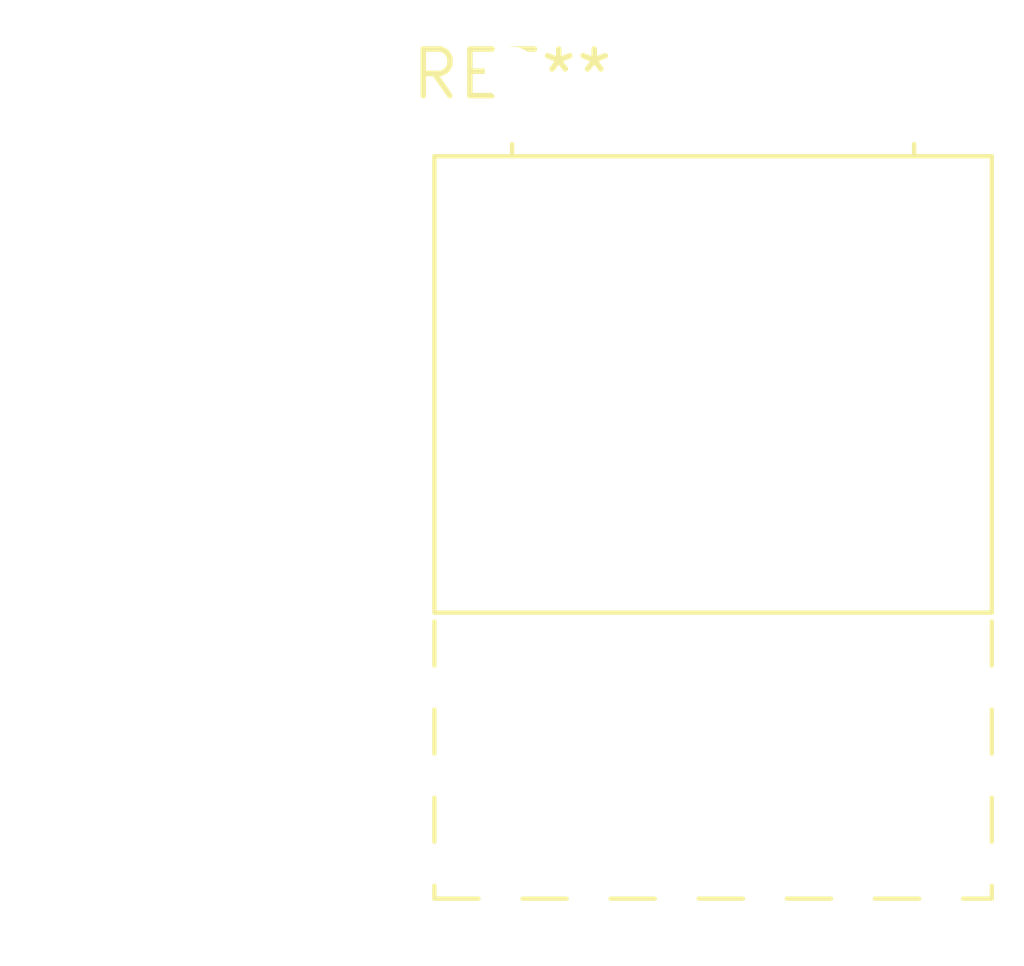
<source format=kicad_pcb>
(kicad_pcb (version 20240108) (generator pcbnew)
  (layers (0 "F.Cu" signal) (31 "B.Cu" signal) (34 "B.Paste" user) (35 "F.Paste" user) (36 "B.SilkS" user "B.Silkscreen") (37 "F.SilkS" user "F.Silkscreen") (38 "B.Mask" user) (39 "F.Mask" user) (44 "Edge.Cuts" user))
  (net 0 "")
  (footprint "TO-218-2_Horizontal_TabUp" (layer "F.Cu") (at 0 0)
    (property "Reference" "REF**")
    (property "Value" "TO-218-2_Horizontal_TabUp")
    (fp_line (start -2.115 2.23) (end -2.115 14.66) (layer "F.SilkS") (stroke (width 0.12)))
    (fp_line (start -2.115 2.23) (end 13.065 2.23) (layer "F.SilkS") (stroke (width 0.12)))
    (fp_line (start -2.115 14.66) (end 13.065 14.66) (layer "F.SilkS") (stroke (width 0.12)))
    (fp_line (start -2.115 14.9) (end -2.115 16.101) (layer "F.SilkS") (stroke (width 0.12)))
    (fp_line (start -2.115 17.3) (end -2.115 18.5) (layer "F.SilkS") (stroke (width 0.12)))
    (fp_line (start -2.115 19.7) (end -2.115 20.9) (layer "F.SilkS") (stroke (width 0.12)))
    (fp_line (start -2.115 22.1) (end -2.115 22.45) (layer "F.SilkS") (stroke (width 0.12)))
    (fp_line (start -2.115 22.45) (end -0.916 22.45) (layer "F.SilkS") (stroke (width 0.12)))
    (fp_line (start 0 1.9) (end 0 2.23) (layer "F.SilkS") (stroke (width 0.12)))
    (fp_line (start 0.285 22.45) (end 1.485 22.45) (layer "F.SilkS") (stroke (width 0.12)))
    (fp_line (start 2.685 22.45) (end 3.885 22.45) (layer "F.SilkS") (stroke (width 0.12)))
    (fp_line (start 5.085 22.45) (end 6.285 22.45) (layer "F.SilkS") (stroke (width 0.12)))
    (fp_line (start 7.485 22.45) (end 8.685 22.45) (layer "F.SilkS") (stroke (width 0.12)))
    (fp_line (start 9.885 22.45) (end 11.085 22.45) (layer "F.SilkS") (stroke (width 0.12)))
    (fp_line (start 10.95 1.9) (end 10.95 2.23) (layer "F.SilkS") (stroke (width 0.12)))
    (fp_line (start 12.285 22.45) (end 13.065 22.45) (layer "F.SilkS") (stroke (width 0.12)))
    (fp_line (start 13.065 2.23) (end 13.065 14.66) (layer "F.SilkS") (stroke (width 0.12)))
    (fp_line (start 13.065 14.9) (end 13.065 16.101) (layer "F.SilkS") (stroke (width 0.12)))
    (fp_line (start 13.065 17.3) (end 13.065 18.5) (layer "F.SilkS") (stroke (width 0.12)))
    (fp_line (start 13.065 19.7) (end 13.065 20.9) (layer "F.SilkS") (stroke (width 0.12)))
    (fp_line (start 13.065 22.1) (end 13.065 22.45) (layer "F.SilkS") (stroke (width 0.12)))
    (pad "" np_thru_hole oval (at 5.475 18.55) (size 4.04 4.04) (drill 4.04) (layers *.Cu *.Mask))
    (pad "1" thru_hole rect (at 0 0) (size 2.5 3.5) (drill 1.5) (layers *.Cu *.Mask) (remove_unused_layers))
    (pad "2" thru_hole oval (at 10.95 0) (size 2.5 3.5) (drill 1.5) (layers *.Cu *.Mask) (remove_unused_layers))
  )
)
</source>
